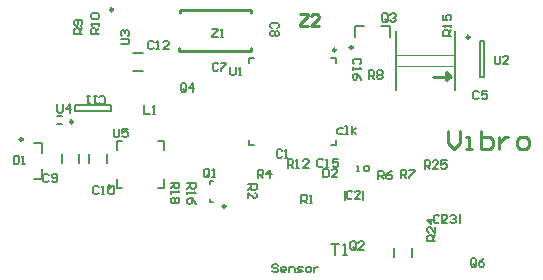
<source format=gto>
G04 Layer_Color=65535*
%FSLAX25Y25*%
%MOIN*%
G70*
G01*
G75*
%ADD45C,0.00984*%
%ADD60C,0.00787*%
%ADD61C,0.00394*%
%ADD62C,0.00606*%
%ADD63C,0.01000*%
%ADD64C,0.00591*%
D45*
X34744Y-787D02*
G03*
X34744Y-787I-492J0D01*
G01*
X34055Y-59842D02*
G03*
X34055Y-59842I-492J0D01*
G01*
X72244Y-66339D02*
G03*
X72244Y-66339I-492J0D01*
G01*
X4626Y-44094D02*
G03*
X4626Y-44094I-492J0D01*
G01*
X153543Y-9941D02*
G03*
X153543Y-9941I-492J0D01*
G01*
X114665Y-13386D02*
G03*
X114665Y-13386I-492J0D01*
G01*
X21358Y-38189D02*
G03*
X21358Y-38189I-492J0D01*
G01*
X109055Y-14272D02*
G03*
X109055Y-14272I-492J0D01*
G01*
X57087Y-14665D02*
X80709D01*
X56890Y-14469D02*
X57087Y-14665D01*
X56890Y-14469D02*
Y-13681D01*
X80709Y-14665D02*
Y-13681D01*
X57087Y-886D02*
X80709D01*
X57087Y-2067D02*
Y-886D01*
X80709Y-1870D02*
Y-886D01*
D60*
X36024Y-60138D02*
X37894D01*
X36024D02*
Y-57284D01*
X49705Y-60138D02*
X51575D01*
Y-57284D01*
Y-47441D02*
Y-44587D01*
X49705D02*
X51575D01*
X36024D02*
X37894D01*
X36024Y-47441D02*
Y-44587D01*
X150295Y-71949D02*
Y-68799D01*
X144390Y-71949D02*
Y-68799D01*
X112106Y-64272D02*
Y-61122D01*
X118012Y-64272D02*
Y-61122D01*
X67027Y-64961D02*
X68209D01*
X67027D02*
Y-63779D01*
Y-57874D02*
X68209D01*
X67027Y-59055D02*
Y-57874D01*
X8268Y-45276D02*
X11024D01*
Y-48425D02*
Y-45276D01*
X8268Y-57087D02*
X11024D01*
Y-53937D01*
X158366Y-23327D02*
Y-11122D01*
X157185Y-23327D02*
Y-11122D01*
Y-23327D02*
X158366D01*
X157185Y-11122D02*
X158366D01*
X16043Y-38878D02*
X17618D01*
X16043Y-36122D02*
X17618D01*
X115354Y-9744D02*
Y-6201D01*
X118504D01*
X127165Y-9744D02*
Y-6201D01*
X124016D02*
X127165D01*
X21949Y-34449D02*
Y-32480D01*
X34154Y-34449D02*
Y-32480D01*
X21949Y-34449D02*
X34154D01*
X21949Y-32480D02*
X34154D01*
X107480Y-16831D02*
X109153D01*
Y-18504D02*
Y-16831D01*
X80020D02*
X81693D01*
X80020Y-18504D02*
Y-16831D01*
Y-45965D02*
X81693D01*
X80020D02*
Y-44291D01*
X107480Y-45965D02*
X109153D01*
Y-44291D01*
X26870Y-51968D02*
Y-48819D01*
X32776Y-51968D02*
Y-48819D01*
X17618Y-51968D02*
Y-48819D01*
X23524Y-51968D02*
Y-48819D01*
X41437Y-21161D02*
X44587D01*
X41437Y-15256D02*
X44587D01*
X128543Y-83366D02*
Y-80216D01*
X134449Y-83366D02*
Y-80216D01*
D61*
X129528Y-16043D02*
X148819D01*
X129528Y-19587D02*
X148819D01*
D62*
X129134Y-27461D02*
Y-7776D01*
X148819Y-27461D02*
Y-7776D01*
D63*
X144882Y-23130D02*
X147244D01*
X145669Y-21555D02*
X147244Y-23130D01*
X145669Y-24311D02*
Y-21555D01*
Y-24311D02*
X146850Y-23130D01*
X141339D02*
X146850D01*
X146358Y-41246D02*
Y-45245D01*
X148358Y-47244D01*
X150357Y-45245D01*
Y-41246D01*
X152356Y-47244D02*
X154356D01*
X153356D01*
Y-43245D01*
X152356D01*
X157355Y-41246D02*
Y-47244D01*
X160354D01*
X161353Y-46244D01*
Y-45245D01*
Y-44245D01*
X160354Y-43245D01*
X157355D01*
X163353D02*
Y-47244D01*
Y-45245D01*
X164352Y-44245D01*
X165352Y-43245D01*
X166352D01*
X170351Y-47244D02*
X172350D01*
X173349Y-46244D01*
Y-44245D01*
X172350Y-43245D01*
X170351D01*
X169351Y-44245D01*
Y-46244D01*
X170351Y-47244D01*
X96949Y-2265D02*
X99573D01*
Y-2921D01*
X96949Y-5545D01*
Y-6201D01*
X99573D01*
X103508D02*
X100885D01*
X103508Y-3577D01*
Y-2921D01*
X102852Y-2265D01*
X101541D01*
X100885Y-2921D01*
D64*
X138588Y-53824D02*
Y-51069D01*
X139966D01*
X140425Y-51528D01*
Y-52446D01*
X139966Y-52905D01*
X138588D01*
X139507D02*
X140425Y-53824D01*
X143180D02*
X141343D01*
X143180Y-51987D01*
Y-51528D01*
X142721Y-51069D01*
X141802D01*
X141343Y-51528D01*
X145935Y-51069D02*
X144098D01*
Y-52446D01*
X145017Y-51987D01*
X145476D01*
X145935Y-52446D01*
Y-53364D01*
X145476Y-53824D01*
X144557D01*
X144098Y-53364D01*
X142224Y-77854D02*
X139469D01*
Y-76477D01*
X139929Y-76018D01*
X140847D01*
X141306Y-76477D01*
Y-77854D01*
Y-76936D02*
X142224Y-76018D01*
Y-73263D02*
Y-75099D01*
X140388Y-73263D01*
X139929D01*
X139469Y-73722D01*
Y-74640D01*
X139929Y-75099D01*
X142224Y-70967D02*
X139469D01*
X140847Y-72344D01*
Y-70508D01*
X155774Y-85958D02*
Y-84122D01*
X155315Y-83662D01*
X154396D01*
X153937Y-84122D01*
Y-85958D01*
X154396Y-86417D01*
X155315D01*
X154855Y-85499D02*
X155774Y-86417D01*
X155315D02*
X155774Y-85958D01*
X158529Y-83662D02*
X157610Y-84122D01*
X156692Y-85040D01*
Y-85958D01*
X157151Y-86417D01*
X158070D01*
X158529Y-85958D01*
Y-85499D01*
X158070Y-85040D01*
X156692D01*
X143471Y-69653D02*
X143011Y-69194D01*
X142093D01*
X141634Y-69653D01*
Y-71490D01*
X142093Y-71949D01*
X143011D01*
X143471Y-71490D01*
X146226Y-71949D02*
X144389D01*
X146226Y-70112D01*
Y-69653D01*
X145766Y-69194D01*
X144848D01*
X144389Y-69653D01*
X147144D02*
X147603Y-69194D01*
X148521D01*
X148981Y-69653D01*
Y-70112D01*
X148521Y-70571D01*
X148062D01*
X148521D01*
X148981Y-71030D01*
Y-71490D01*
X148521Y-71949D01*
X147603D01*
X147144Y-71490D01*
X1673Y-49410D02*
Y-52165D01*
X3051D01*
X3510Y-51706D01*
Y-49869D01*
X3051Y-49410D01*
X1673D01*
X4428Y-52165D02*
X5347D01*
X4887D01*
Y-49410D01*
X4428Y-49869D01*
X59120Y-27690D02*
Y-25854D01*
X58661Y-25395D01*
X57743D01*
X57284Y-25854D01*
Y-27690D01*
X57743Y-28150D01*
X58661D01*
X58202Y-27231D02*
X59120Y-28150D01*
X58661D02*
X59120Y-27690D01*
X61416Y-28150D02*
Y-25395D01*
X60039Y-26772D01*
X61875D01*
X104823Y-53938D02*
Y-56693D01*
X106200D01*
X106659Y-56234D01*
Y-54397D01*
X106200Y-53938D01*
X104823D01*
X109415Y-56693D02*
X107578D01*
X109415Y-54856D01*
Y-54397D01*
X108955Y-53938D01*
X108037D01*
X107578Y-54397D01*
X53995Y-58465D02*
X56750D01*
Y-59842D01*
X56291Y-60301D01*
X55373D01*
X54914Y-59842D01*
Y-58465D01*
Y-59383D02*
X53995Y-60301D01*
Y-61220D02*
Y-62138D01*
Y-61679D01*
X56750D01*
X56291Y-61220D01*
Y-63515D02*
X56750Y-63975D01*
Y-64893D01*
X56291Y-65352D01*
X55832D01*
X55373Y-64893D01*
X54914Y-65352D01*
X54454D01*
X53995Y-64893D01*
Y-63975D01*
X54454Y-63515D01*
X54914D01*
X55373Y-63975D01*
X55832Y-63515D01*
X56291D01*
X55373Y-63975D02*
Y-64893D01*
X59547Y-58661D02*
X62302D01*
Y-60039D01*
X61843Y-60498D01*
X60925D01*
X60466Y-60039D01*
Y-58661D01*
Y-59580D02*
X59547Y-60498D01*
Y-61416D02*
Y-62335D01*
Y-61876D01*
X62302D01*
X61843Y-61416D01*
X62302Y-65549D02*
X61843Y-64631D01*
X60925Y-63712D01*
X60006D01*
X59547Y-64171D01*
Y-65090D01*
X60006Y-65549D01*
X60466D01*
X60925Y-65090D01*
Y-63712D01*
X89730Y-86090D02*
X89271Y-85631D01*
X88353D01*
X87894Y-86090D01*
Y-86549D01*
X88353Y-87008D01*
X89271D01*
X89730Y-87467D01*
Y-87927D01*
X89271Y-88386D01*
X88353D01*
X87894Y-87927D01*
X92026Y-88386D02*
X91108D01*
X90649Y-87927D01*
Y-87008D01*
X91108Y-86549D01*
X92026D01*
X92485Y-87008D01*
Y-87467D01*
X90649D01*
X93404Y-88386D02*
Y-86549D01*
X94781D01*
X95240Y-87008D01*
Y-88386D01*
X96159D02*
X97536D01*
X97995Y-87927D01*
X97536Y-87467D01*
X96618D01*
X96159Y-87008D01*
X96618Y-86549D01*
X97995D01*
X99373Y-88386D02*
X100291D01*
X100751Y-87927D01*
Y-87008D01*
X100291Y-86549D01*
X99373D01*
X98914Y-87008D01*
Y-87927D01*
X99373Y-88386D01*
X101669Y-86549D02*
Y-88386D01*
Y-87467D01*
X102128Y-87008D01*
X102587Y-86549D01*
X103046D01*
X79823Y-59055D02*
X82578D01*
Y-60433D01*
X82119Y-60892D01*
X81200D01*
X80741Y-60433D01*
Y-59055D01*
Y-59974D02*
X79823Y-60892D01*
Y-63647D02*
Y-61810D01*
X81660Y-63647D01*
X82119D01*
X82578Y-63188D01*
Y-62269D01*
X82119Y-61810D01*
X48293Y-11681D02*
X47834Y-11221D01*
X46916D01*
X46457Y-11681D01*
Y-13517D01*
X46916Y-13976D01*
X47834D01*
X48293Y-13517D01*
X49212Y-13976D02*
X50130D01*
X49671D01*
Y-11221D01*
X49212Y-11681D01*
X53344Y-13976D02*
X51508D01*
X53344Y-12140D01*
Y-11681D01*
X52885Y-11221D01*
X51967D01*
X51508Y-11681D01*
X13352Y-55972D02*
X12893Y-55513D01*
X11975D01*
X11516Y-55972D01*
Y-57809D01*
X11975Y-58268D01*
X12893D01*
X13352Y-57809D01*
X14271D02*
X14730Y-58268D01*
X15648D01*
X16107Y-57809D01*
Y-55972D01*
X15648Y-55513D01*
X14730D01*
X14271Y-55972D01*
Y-56431D01*
X14730Y-56890D01*
X16107D01*
X29986Y-59909D02*
X29527Y-59450D01*
X28609D01*
X28150Y-59909D01*
Y-61746D01*
X28609Y-62205D01*
X29527D01*
X29986Y-61746D01*
X30905Y-62205D02*
X31823D01*
X31364D01*
Y-59450D01*
X30905Y-59909D01*
X33200D02*
X33660Y-59450D01*
X34578D01*
X35037Y-59909D01*
Y-61746D01*
X34578Y-62205D01*
X33660D01*
X33200Y-61746D01*
Y-59909D01*
X66896Y-56234D02*
Y-54397D01*
X66437Y-53938D01*
X65518D01*
X65059Y-54397D01*
Y-56234D01*
X65518Y-56693D01*
X66437D01*
X65977Y-55775D02*
X66896Y-56693D01*
X66437D02*
X66896Y-56234D01*
X67814Y-56693D02*
X68732D01*
X68273D01*
Y-53938D01*
X67814Y-54397D01*
X73819Y-19981D02*
Y-22277D01*
X74278Y-22736D01*
X75196D01*
X75656Y-22277D01*
Y-19981D01*
X76574Y-22736D02*
X77492D01*
X77033D01*
Y-19981D01*
X76574Y-20440D01*
X67815Y-7186D02*
X69652D01*
Y-7645D01*
X67815Y-9482D01*
Y-9941D01*
X69652D01*
X70570D02*
X71488D01*
X71029D01*
Y-7186D01*
X70570Y-7645D01*
X16142Y-32383D02*
Y-34679D01*
X16601Y-35138D01*
X17519D01*
X17978Y-34679D01*
Y-32383D01*
X20274Y-35138D02*
Y-32383D01*
X18897Y-33760D01*
X20733D01*
X37304Y-12303D02*
X39600D01*
X40059Y-11844D01*
Y-10926D01*
X39600Y-10467D01*
X37304D01*
X37763Y-9548D02*
X37304Y-9089D01*
Y-8171D01*
X37763Y-7711D01*
X38222D01*
X38682Y-8171D01*
Y-8630D01*
Y-8171D01*
X39141Y-7711D01*
X39600D01*
X40059Y-8171D01*
Y-9089D01*
X39600Y-9548D01*
X97539Y-65354D02*
Y-62599D01*
X98917D01*
X99376Y-63059D01*
Y-63977D01*
X98917Y-64436D01*
X97539D01*
X98458D02*
X99376Y-65354D01*
X100294D02*
X101213D01*
X100754D01*
Y-62599D01*
X100294Y-63059D01*
X82972Y-56890D02*
Y-54135D01*
X84350D01*
X84809Y-54594D01*
Y-55512D01*
X84350Y-55971D01*
X82972D01*
X83891D02*
X84809Y-56890D01*
X87105D02*
Y-54135D01*
X85728Y-55512D01*
X87564D01*
X119980Y-23819D02*
Y-21064D01*
X121358D01*
X121817Y-21523D01*
Y-22441D01*
X121358Y-22901D01*
X119980D01*
X120899D02*
X121817Y-23819D01*
X122735Y-21523D02*
X123195Y-21064D01*
X124113D01*
X124572Y-21523D01*
Y-21982D01*
X124113Y-22441D01*
X124572Y-22901D01*
Y-23360D01*
X124113Y-23819D01*
X123195D01*
X122735Y-23360D01*
Y-22901D01*
X123195Y-22441D01*
X122735Y-21982D01*
Y-21523D01*
X123195Y-22441D02*
X124113D01*
X30118Y-8858D02*
X27363D01*
Y-7481D01*
X27822Y-7022D01*
X28741D01*
X29200Y-7481D01*
Y-8858D01*
Y-7940D02*
X30118Y-7022D01*
Y-6103D02*
Y-5185D01*
Y-5644D01*
X27363D01*
X27822Y-6103D01*
Y-3807D02*
X27363Y-3348D01*
Y-2430D01*
X27822Y-1971D01*
X29659D01*
X30118Y-2430D01*
Y-3348D01*
X29659Y-3807D01*
X27822D01*
X115945Y-54626D02*
X116863D01*
X116404D01*
Y-52789D01*
X115945D01*
X118700Y-54626D02*
X119618D01*
X120077Y-54167D01*
Y-53249D01*
X119618Y-52789D01*
X118700D01*
X118241Y-53249D01*
Y-54167D01*
X118700Y-54626D01*
X111285Y-40388D02*
X109908D01*
X109449Y-40847D01*
Y-41765D01*
X109908Y-42224D01*
X111285D01*
X112204D02*
X113122D01*
X112663D01*
Y-39469D01*
X112204D01*
X114500Y-42224D02*
Y-39469D01*
Y-41306D02*
X115877Y-40388D01*
X114500Y-41306D02*
X115877Y-42224D01*
X116961Y-19061D02*
X117420Y-18602D01*
Y-17684D01*
X116961Y-17224D01*
X115124D01*
X114665Y-17684D01*
Y-18602D01*
X115124Y-19061D01*
X114665Y-19979D02*
Y-20898D01*
Y-20439D01*
X117420D01*
X116961Y-19979D01*
X117420Y-24112D02*
X116961Y-23194D01*
X116043Y-22275D01*
X115124D01*
X114665Y-22735D01*
Y-23653D01*
X115124Y-24112D01*
X115584D01*
X116043Y-23653D01*
Y-22275D01*
X104691Y-51051D02*
X104232Y-50591D01*
X103314D01*
X102854Y-51051D01*
Y-52887D01*
X103314Y-53347D01*
X104232D01*
X104691Y-52887D01*
X105609Y-53347D02*
X106528D01*
X106069D01*
Y-50591D01*
X105609Y-51051D01*
X109742Y-50591D02*
X107905D01*
Y-51969D01*
X108824Y-51510D01*
X109283D01*
X109742Y-51969D01*
Y-52887D01*
X109283Y-53347D01*
X108364D01*
X107905Y-52887D01*
X91108Y-47803D02*
X90649Y-47343D01*
X89731D01*
X89272Y-47803D01*
Y-49639D01*
X89731Y-50098D01*
X90649D01*
X91108Y-49639D01*
X92027Y-50098D02*
X92945D01*
X92486D01*
Y-47343D01*
X92027Y-47803D01*
X69750Y-18866D02*
X69291Y-18406D01*
X68373D01*
X67913Y-18866D01*
Y-20702D01*
X68373Y-21161D01*
X69291D01*
X69750Y-20702D01*
X70668Y-18406D02*
X72505D01*
Y-18866D01*
X70668Y-20702D01*
Y-21161D01*
X89516Y-6982D02*
X89976Y-6523D01*
Y-5605D01*
X89516Y-5146D01*
X87680D01*
X87221Y-5605D01*
Y-6523D01*
X87680Y-6982D01*
X89516Y-7901D02*
X89976Y-8360D01*
Y-9278D01*
X89516Y-9737D01*
X89057D01*
X88598Y-9278D01*
X88139Y-9737D01*
X87680D01*
X87221Y-9278D01*
Y-8360D01*
X87680Y-7901D01*
X88139D01*
X88598Y-8360D01*
X89057Y-7901D01*
X89516D01*
X88598Y-8360D02*
Y-9278D01*
X126246Y-4364D02*
Y-2527D01*
X125787Y-2068D01*
X124869D01*
X124409Y-2527D01*
Y-4364D01*
X124869Y-4823D01*
X125787D01*
X125328Y-3904D02*
X126246Y-4823D01*
X125787D02*
X126246Y-4364D01*
X127164Y-2527D02*
X127624Y-2068D01*
X128542D01*
X129001Y-2527D01*
Y-2986D01*
X128542Y-3445D01*
X128083D01*
X128542D01*
X129001Y-3904D01*
Y-4364D01*
X128542Y-4823D01*
X127624D01*
X127164Y-4364D01*
X35039Y-40454D02*
Y-42750D01*
X35498Y-43209D01*
X36417D01*
X36876Y-42750D01*
Y-40454D01*
X39631D02*
X37794D01*
Y-41831D01*
X38713Y-41372D01*
X39172D01*
X39631Y-41831D01*
Y-42750D01*
X39172Y-43209D01*
X38254D01*
X37794Y-42750D01*
X30152Y-31823D02*
X30611Y-32283D01*
X31529D01*
X31988Y-31823D01*
Y-29987D01*
X31529Y-29528D01*
X30611D01*
X30152Y-29987D01*
X29233Y-29528D02*
X28315D01*
X28774D01*
Y-32283D01*
X29233Y-31823D01*
X26937Y-29528D02*
X26019D01*
X26478D01*
Y-32283D01*
X26937Y-31823D01*
X24541Y-8850D02*
X21786D01*
Y-7473D01*
X22245Y-7014D01*
X23163D01*
X23622Y-7473D01*
Y-8850D01*
Y-7932D02*
X24541Y-7014D01*
X24082Y-6095D02*
X24541Y-5636D01*
Y-4718D01*
X24082Y-4259D01*
X22245D01*
X21786Y-4718D01*
Y-5636D01*
X22245Y-6095D01*
X22704D01*
X23163Y-5636D01*
Y-4259D01*
X107480Y-78741D02*
X110104D01*
X108792D01*
Y-82677D01*
X111416D02*
X112728D01*
X112072D01*
Y-78741D01*
X111416Y-79397D01*
X130701Y-56906D02*
Y-54150D01*
X132078D01*
X132537Y-54610D01*
Y-55528D01*
X132078Y-55987D01*
X130701D01*
X131619D02*
X132537Y-56906D01*
X133456Y-54150D02*
X135292D01*
Y-54610D01*
X133456Y-56446D01*
Y-56906D01*
X123130Y-57284D02*
Y-54528D01*
X124507D01*
X124967Y-54988D01*
Y-55906D01*
X124507Y-56365D01*
X123130D01*
X124048D02*
X124967Y-57284D01*
X127722Y-54528D02*
X126803Y-54988D01*
X125885Y-55906D01*
Y-56824D01*
X126344Y-57284D01*
X127262D01*
X127722Y-56824D01*
Y-56365D01*
X127262Y-55906D01*
X125885D01*
X115616Y-80348D02*
Y-78511D01*
X115157Y-78052D01*
X114239D01*
X113779Y-78511D01*
Y-80348D01*
X114239Y-80807D01*
X115157D01*
X114698Y-79889D02*
X115616Y-80807D01*
X115157D02*
X115616Y-80348D01*
X118371Y-80807D02*
X116534D01*
X118371Y-78970D01*
Y-78511D01*
X117912Y-78052D01*
X116994D01*
X116534Y-78511D01*
X114435Y-61582D02*
X113976Y-61123D01*
X113058D01*
X112598Y-61582D01*
Y-63419D01*
X113058Y-63878D01*
X113976D01*
X114435Y-63419D01*
X117190Y-63878D02*
X115353D01*
X117190Y-62041D01*
Y-61582D01*
X116731Y-61123D01*
X115813D01*
X115353Y-61582D01*
X156659Y-28314D02*
X156200Y-27855D01*
X155282D01*
X154823Y-28314D01*
Y-30151D01*
X155282Y-30610D01*
X156200D01*
X156659Y-30151D01*
X159415Y-27855D02*
X157578D01*
Y-29233D01*
X158496Y-28774D01*
X158955D01*
X159415Y-29233D01*
Y-30151D01*
X158955Y-30610D01*
X158037D01*
X157578Y-30151D01*
X147539Y-9449D02*
X144784D01*
Y-8071D01*
X145244Y-7612D01*
X146162D01*
X146621Y-8071D01*
Y-9449D01*
Y-8530D02*
X147539Y-7612D01*
Y-6694D02*
Y-5776D01*
Y-6235D01*
X144784D01*
X145244Y-6694D01*
X144784Y-2561D02*
Y-4398D01*
X146162D01*
X145703Y-3480D01*
Y-3020D01*
X146162Y-2561D01*
X147080D01*
X147539Y-3020D01*
Y-3939D01*
X147080Y-4398D01*
X161909Y-16241D02*
Y-18537D01*
X162369Y-18996D01*
X163287D01*
X163746Y-18537D01*
Y-16241D01*
X166501Y-18996D02*
X164664D01*
X166501Y-17159D01*
Y-16700D01*
X166042Y-16241D01*
X165124D01*
X164664Y-16700D01*
X45177Y-32678D02*
Y-35433D01*
X47014D01*
X47932D02*
X48851D01*
X48391D01*
Y-32678D01*
X47932Y-33137D01*
X93012Y-53445D02*
Y-50690D01*
X94389D01*
X94849Y-51149D01*
Y-52067D01*
X94389Y-52526D01*
X93012D01*
X93930D02*
X94849Y-53445D01*
X95767D02*
X96685D01*
X96226D01*
Y-50690D01*
X95767Y-51149D01*
X99900Y-53445D02*
X98063D01*
X99900Y-51608D01*
Y-51149D01*
X99440Y-50690D01*
X98522D01*
X98063Y-51149D01*
M02*

</source>
